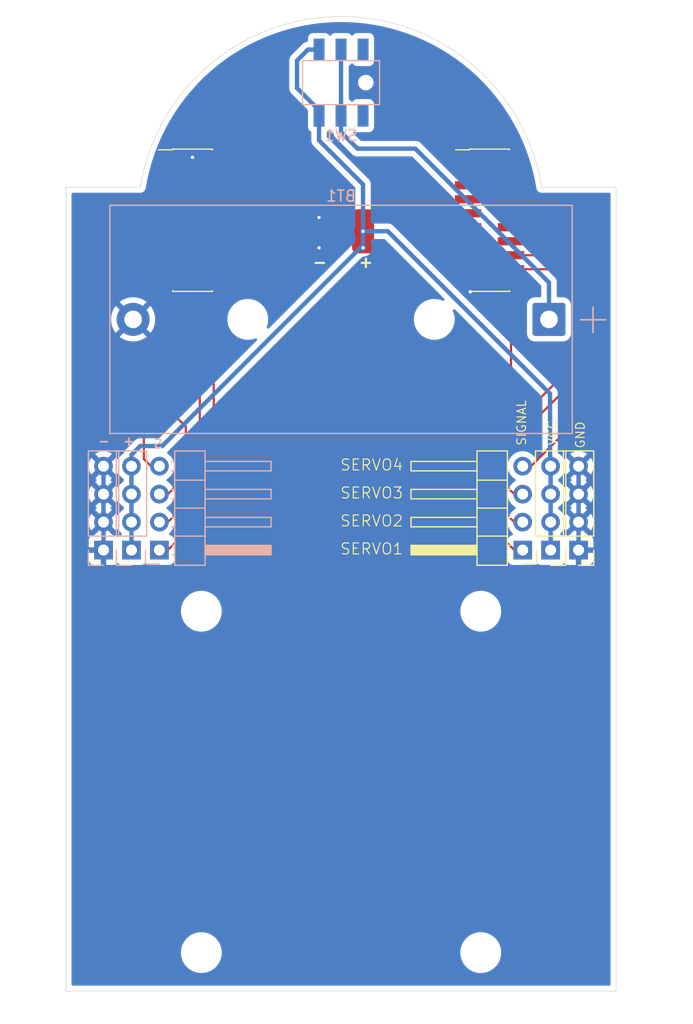
<source format=kicad_pcb>
(kicad_pcb (version 20241229) (generator "pcbnew") (generator_version "9.0")
  (layers (0 "F.Cu" signal) (2 "B.Cu" signal) (13 "F.Paste" user) (15 "B.Paste" user) (5 "F.SilkS" user "F.Silkscreen") (7 "B.SilkS" user "B.Silkscreen") (1 "F.Mask" user) (3 "B.Mask" user) (25 "Edge.Cuts" user))
  (net 0 "")
  (net 1 "Net-(BT1-+)")
  (net 2 "GND")
  (net 3 "+3.3V")
  (net 33 "VCC")
  (net 34 "/GPIO4")
  (net 35 "/GPIO5")
  (net 36 "/GPIO2")
  (net 37 "/GPIO3")
  (net 38 "/GPIO14")
  (net 39 "/GPIO16")
  (net 40 "/GPIO15")
  (net 41 "/GPIO17")
  (footprint "MountingHole:MountingHole_3.2mm_M3" (layer "F.Cu") (at 137.3 95.5)
    (property "Reference" "REF**" (hide yes))
    (property "Value" "MountingHole_3.2mm_M3" (hide yes))
    (pad "" np_thru_hole circle (at 0 0) (size 3.2 3.2) (drill 3.2) (layers "*.Cu" "*.Mask"))
  )
  (footprint "Connector_Wire:SolderWirePad_1x01_SMD_2x4mm" (layer "F.Cu") (at 148 61)
    (property "Reference" "J2" (hide yes))
    (property "Value" "Conn_01x01" (hide yes))
    (pad "1" smd roundrect (at 0 0) (size 2 4) (layers "F.Cu" "F.Mask") (net 2 "GND"))
  )
  (footprint "Connector_PinHeader_2.54mm:PinHeader_1x04_P2.54mm_Vertical" (layer "F.Cu") (at 169.05 89.948 180)
    (property "Reference" "J6" (hide yes))
    (property "Value" "Conn_01x04" (hide yes))
    (fp_line (start 1.38 1.27) (end 1.38 9) (stroke (width 0.12)) (layer "F.SilkS"))
    (fp_line (start -1.38 9) (end 1.38 9) (stroke (width 0.12)) (layer "F.SilkS"))
    (fp_line (start -1.38 1.27) (end 1.38 1.27) (stroke (width 0.12)) (layer "F.SilkS"))
    (fp_line (start -1.38 1.27) (end -1.38 9) (stroke (width 0.12)) (layer "F.SilkS"))
    (fp_line (start -1.38 0) (end -1.38 -1.38) (stroke (width 0.12)) (layer "F.SilkS"))
    (fp_line (start -1.38 -1.38) (end 0 -1.38) (stroke (width 0.12)) (layer "F.SilkS"))
    (pad "1" thru_hole rect (at 0 0 180) (size 1.7 1.7) (drill 1) (layers "*.Cu" "*.Mask") (net 33 "VCC"))
    (pad "2" thru_hole circle (at 0 2.54 180) (size 1.7 1.7) (drill 1) (layers "*.Cu" "*.Mask") (net 33 "VCC"))
    (pad "3" thru_hole circle (at 0 5.08 180) (size 1.7 1.7) (drill 1) (layers "*.Cu" "*.Mask") (net 33 "VCC"))
    (pad "4" thru_hole circle (at 0 7.62 180) (size 1.7 1.7) (drill 1) (layers "*.Cu" "*.Mask") (net 33 "VCC"))
  )
  (footprint "MountingHole:MountingHole_3.2mm_M3" (layer "F.Cu") (at 162.7 95.5)
    (property "Reference" "REF**" (hide yes))
    (property "Value" "MountingHole_3.2mm_M3" (hide yes))
    (pad "" np_thru_hole circle (at 0 0) (size 3.2 3.2) (drill 3.2) (layers "*.Cu" "*.Mask"))
  )
  (footprint "Connector_PinHeader_1.27mm:PinHeader_2x10_P1.27mm_Vertical_SMD" (layer "F.Cu") (at 136.5 60)
    (property "Reference" "J3" (hide yes))
    (property "Value" "Conn_02x10_Odd_Even" (hide yes))
    (fp_line (start -3.09 -6.395) (end -1.815 -6.395) (stroke (width 0.12)) (layer "F.SilkS"))
    (fp_line (start -1.815 -6.46) (end -1.815 -6.395) (stroke (width 0.12)) (layer "F.SilkS"))
    (fp_line (start -1.815 -6.46) (end 1.815 -6.46) (stroke (width 0.12)) (layer "F.SilkS"))
    (fp_line (start -1.815 6.395) (end -1.815 6.46) (stroke (width 0.12)) (layer "F.SilkS"))
    (fp_line (start -1.815 6.46) (end 1.815 6.46) (stroke (width 0.12)) (layer "F.SilkS"))
    (fp_line (start 1.815 -6.46) (end 1.815 -6.395) (stroke (width 0.12)) (layer "F.SilkS"))
    (fp_line (start 1.815 6.395) (end 1.815 6.46) (stroke (width 0.12)) (layer "F.SilkS"))
    (pad "1" smd rect (at -1.95 -5.715) (size 2.4 0.74) (layers "F.Cu" "F.Mask" "F.Paste") (net 2 "GND"))
    (pad "2" smd rect (at 1.95 -5.715) (size 2.4 0.74) (layers "F.Cu" "F.Mask" "F.Paste") (net 2 "GND"))
    (pad "3" smd rect (at -1.95 -4.445) (size 2.4 0.74) (layers "F.Cu" "F.Mask" "F.Paste") (net 3 "+3.3V"))
    (pad "4" smd rect (at 1.95 -4.445) (size 2.4 0.74) (layers "F.Cu" "F.Mask" "F.Paste"))
    (pad "5" smd rect (at -1.95 -3.175) (size 2.4 0.74) (layers "F.Cu" "F.Mask" "F.Paste"))
    (pad "6" smd rect (at 1.95 -3.175) (size 2.4 0.74) (layers "F.Cu" "F.Mask" "F.Paste"))
    (pad "7" smd rect (at -1.95 -1.905) (size 2.4 0.74) (layers "F.Cu" "F.Mask" "F.Paste"))
    (pad "8" smd rect (at 1.95 -1.905) (size 2.4 0.74) (layers "F.Cu" "F.Mask" "F.Paste"))
    (pad "9" smd rect (at -1.95 -0.635) (size 2.4 0.74) (layers "F.Cu" "F.Mask" "F.Paste"))
    (pad "10" smd rect (at 1.95 -0.635) (size 2.4 0.74) (layers "F.Cu" "F.Mask" "F.Paste"))
    (pad "11" smd rect (at -1.95 0.635) (size 2.4 0.74) (layers "F.Cu" "F.Mask" "F.Paste"))
    (pad "12" smd rect (at 1.95 0.635) (size 2.4 0.74) (layers "F.Cu" "F.Mask" "F.Paste"))
    (pad "13" smd rect (at -1.95 1.905) (size 2.4 0.74) (layers "F.Cu" "F.Mask" "F.Paste") (net 36 "/GPIO2"))
    (pad "14" smd rect (at 1.95 1.905) (size 2.4 0.74) (layers "F.Cu" "F.Mask" "F.Paste"))
    (pad "15" smd rect (at -1.95 3.175) (size 2.4 0.74) (layers "F.Cu" "F.Mask" "F.Paste") (net 37 "/GPIO3"))
    (pad "16" smd rect (at 1.95 3.175) (size 2.4 0.74) (layers "F.Cu" "F.Mask" "F.Paste"))
    (pad "17" smd rect (at -1.95 4.445) (size 2.4 0.74) (layers "F.Cu" "F.Mask" "F.Paste") (net 34 "/GPIO4"))
    (pad "18" smd rect (at 1.95 4.445) (size 2.4 0.74) (layers "F.Cu" "F.Mask" "F.Paste"))
    (pad "19" smd rect (at -1.95 5.715) (size 2.4 0.74) (layers "F.Cu" "F.Mask" "F.Paste") (net 35 "/GPIO5"))
    (pad "20" smd rect (at 1.95 5.715) (size 2.4 0.74) (layers "F.Cu" "F.Mask" "F.Paste"))
  )
  (footprint "Connector_Wire:SolderWirePad_1x01_SMD_2x4mm" (layer "F.Cu") (at 152 61)
    (property "Reference" "J1" (hide yes))
    (property "Value" "Conn_01x01" (hide yes))
    (pad "1" smd roundrect (at 0 0) (size 2 4) (layers "F.Cu" "F.Mask") (net 33 "VCC"))
  )
  (footprint "Connector_PinHeader_2.54mm:PinHeader_1x04_P2.54mm_Vertical" (layer "F.Cu") (at 171.59 89.948 180)
    (property "Reference" "J7" (hide yes))
    (property "Value" "Conn_01x04" (hide yes))
    (fp_line (start 1.38 1.27) (end 1.38 9) (stroke (width 0.12)) (layer "F.SilkS"))
    (fp_line (start -1.38 9) (end 1.38 9) (stroke (width 0.12)) (layer "F.SilkS"))
    (fp_line (start -1.38 1.27) (end 1.38 1.27) (stroke (width 0.12)) (layer "F.SilkS"))
    (fp_line (start -1.38 1.27) (end -1.38 9) (stroke (width 0.12)) (layer "F.SilkS"))
    (fp_line (start -1.38 0) (end -1.38 -1.38) (stroke (width 0.12)) (layer "F.SilkS"))
    (fp_line (start -1.38 -1.38) (end 0 -1.38) (stroke (width 0.12)) (layer "F.SilkS"))
    (pad "1" thru_hole rect (at 0 0 180) (size 1.7 1.7) (drill 1) (layers "*.Cu" "*.Mask") (net 2 "GND"))
    (pad "2" thru_hole circle (at 0 2.54 180) (size 1.7 1.7) (drill 1) (layers "*.Cu" "*.Mask") (net 2 "GND"))
    (pad "3" thru_hole circle (at 0 5.08 180) (size 1.7 1.7) (drill 1) (layers "*.Cu" "*.Mask") (net 2 "GND"))
    (pad "4" thru_hole circle (at 0 7.62 180) (size 1.7 1.7) (drill 1) (layers "*.Cu" "*.Mask") (net 2 "GND"))
  )
  (footprint "MountingHole:MountingHole_3.2mm_M3" (layer "F.Cu") (at 137.3 126.5)
    (property "Reference" "REF**" (hide yes))
    (property "Value" "MountingHole_3.2mm_M3" (hide yes))
    (pad "" np_thru_hole circle (at 0 0) (size 3.2 3.2) (drill 3.2) (layers "*.Cu" "*.Mask"))
  )
  (footprint "Connector_PinHeader_2.54mm:PinHeader_1x04_P2.54mm_Horizontal" (layer "F.Cu") (at 166.51 89.948 180)
    (property "Reference" "J5" (hide yes))
    (property "Value" "Conn_01x04" (hide yes))
    (fp_line (start 10.15 8.05) (end 4.15 8.05) (stroke (width 0.12)) (layer "F.SilkS"))
    (fp_line (start 10.15 7.19) (end 10.15 8.05) (stroke (width 0.12)) (layer "F.SilkS"))
    (fp_line (start 10.15 5.51) (end 4.15 5.51) (stroke (width 0.12)) (layer "F.SilkS"))
    (fp_line (start 10.15 4.65) (end 10.15 5.51) (stroke (width 0.12)) (layer "F.SilkS"))
    (fp_line (start 10.15 2.97) (end 4.15 2.97) (stroke (width 0.12)) (layer "F.SilkS"))
    (fp_line (start 10.15 2.11) (end 10.15 2.97) (stroke (width 0.12)) (layer "F.SilkS"))
    (fp_line (start 4.15 9) (end 4.15 -1.38) (stroke (width 0.12)) (layer "F.SilkS"))
    (fp_line (start 4.15 7.19) (end 10.15 7.19) (stroke (width 0.12)) (layer "F.SilkS"))
    (fp_line (start 4.15 4.65) (end 10.15 4.65) (stroke (width 0.12)) (layer "F.SilkS"))
    (fp_line (start 4.15 2.11) (end 10.15 2.11) (stroke (width 0.12)) (layer "F.SilkS"))
    (fp_line (start 4.15 -1.38) (end 1.39 -1.38) (stroke (width 0.12)) (layer "F.SilkS"))
    (fp_line (start 1.39 9) (end 4.15 9) (stroke (width 0.12)) (layer "F.SilkS"))
    (fp_line (start 1.39 6.35) (end 4.15 6.35) (stroke (width 0.12)) (layer "F.SilkS"))
    (fp_line (start 1.39 3.81) (end 4.15 3.81) (stroke (width 0.12)) (layer "F.SilkS"))
    (fp_line (start 1.39 1.27) (end 4.15 1.27) (stroke (width 0.12)) (layer "F.SilkS"))
    (fp_line (start 1.39 -1.38) (end 1.39 9) (stroke (width 0.12)) (layer "F.SilkS"))
    (fp_line (start 1.16 0.43) (end 1.39 0.43) (stroke (width 0.12)) (layer "F.SilkS"))
    (fp_line (start 1.16 -0.43) (end 1.39 -0.43) (stroke (width 0.12)) (layer "F.SilkS"))
    (fp_line (start 1.077358 8.05) (end 1.39 8.05) (stroke (width 0.12)) (layer "F.SilkS"))
    (fp_line (start 1.077358 7.19) (end 1.39 7.19) (stroke (width 0.12)) (layer "F.SilkS"))
    (fp_line (start 1.077358 5.51) (end 1.39 5.51) (stroke (width 0.12)) (layer "F.SilkS"))
    (fp_line (start 1.077358 4.65) (end 1.39 4.65) (stroke (width 0.12)) (layer "F.SilkS"))
    (fp_line (start 1.077358 2.97) (end 1.39 2.97) (stroke (width 0.12)) (layer "F.SilkS"))
    (fp_line (start 1.077358 2.11) (end 1.39 2.11) (stroke (width 0.12)) (layer "F.SilkS"))
    (fp_line (start -1.27 0) (end -1.27 -1.27) (stroke (width 0.12)) (layer "F.SilkS"))
    (fp_line (start -1.27 -1.27) (end 0 -1.27) (stroke (width 0.12)) (layer "F.SilkS"))
    (fp_rect (start 4.15 -0.43) (end 10.15 0.43) (stroke (width 0.12)) (fill yes) (layer "F.SilkS"))
    (pad "1" thru_hole rect (at 0 0 180) (size 1.7 1.7) (drill 1) (layers "*.Cu" "*.Mask") (net 38 "/GPIO14"))
    (pad "2" thru_hole circle (at 0 2.54 180) (size 1.7 1.7) (drill 1) (layers "*.Cu" "*.Mask") (net 40 "/GPIO15"))
    (pad "3" thru_hole circle (at 0 5.08 180) (size 1.7 1.7) (drill 1) (layers "*.Cu" "*.Mask") (net 39 "/GPIO16"))
    (pad "4" thru_hole circle (at 0 7.62 180) (size 1.7 1.7) (drill 1) (layers "*.Cu" "*.Mask") (net 41 "/GPIO17"))
  )
  (footprint "MountingHole:MountingHole_3.2mm_M3" (layer "F.Cu") (at 162.7 126.5)
    (property "Reference" "REF**" (hide yes))
    (property "Value" "MountingHole_3.2mm_M3" (hide yes))
    (pad "" np_thru_hole circle (at 0 0) (size 3.2 3.2) (drill 3.2) (layers "*.Cu" "*.Mask"))
  )
  (footprint "Connector_PinHeader_1.27mm:PinHeader_2x10_P1.27mm_Vertical_SMD" (layer "F.Cu") (at 163.5 60)
    (property "Reference" "J4" (hide yes))
    (property "Value" "Conn_02x10_Odd_Even" (hide yes))
    (fp_line (start -3.09 -6.395) (end -1.815 -6.395) (stroke (width 0.12)) (layer "F.SilkS"))
    (fp_line (start -1.815 -6.46) (end -1.815 -6.395) (stroke (width 0.12)) (layer "F.SilkS"))
    (fp_line (start -1.815 -6.46) (end 1.815 -6.46) (stroke (width 0.12)) (layer "F.SilkS"))
    (fp_line (start -1.815 6.395) (end -1.815 6.46) (stroke (width 0.12)) (layer "F.SilkS"))
    (fp_line (start -1.815 6.46) (end 1.815 6.46) (stroke (width 0.12)) (layer "F.SilkS"))
    (fp_line (start 1.815 -6.46) (end 1.815 -6.395) (stroke (width 0.12)) (layer "F.SilkS"))
    (fp_line (start 1.815 6.395) (end 1.815 6.46) (stroke (width 0.12)) (layer "F.SilkS"))
    (pad "1" smd rect (at -1.95 -5.715) (size 2.4 0.74) (layers "F.Cu" "F.Mask" "F.Paste"))
    (pad "2" smd rect (at 1.95 -5.715) (size 2.4 0.74) (layers "F.Cu" "F.Mask" "F.Paste"))
    (pad "3" smd rect (at -1.95 -4.445) (size 2.4 0.74) (layers "F.Cu" "F.Mask" "F.Paste"))
    (pad "4" smd rect (at 1.95 -4.445) (size 2.4 0.74) (layers "F.Cu" "F.Mask" "F.Paste"))
    (pad "5" smd rect (at -1.95 -3.175) (size 2.4 0.74) (layers "F.Cu" "F.Mask" "F.Paste"))
    (pad "6" smd rect (at 1.95 -3.175) (size 2.4 0.74) (layers "F.Cu" "F.Mask" "F.Paste"))
    (pad "7" smd rect (at -1.95 -1.905) (size 2.4 0.74) (layers "F.Cu" "F.Mask" "F.Paste"))
    (pad "8" smd rect (at 1.95 -1.905) (size 2.4 0.74) (layers "F.Cu" "F.Mask" "F.Paste"))
    (pad "9" smd rect (at -1.95 -0.635) (size 2.4 0.74) (layers "F.Cu" "F.Mask" "F.Paste"))
    (pad "10" smd rect (at 1.95 -0.635) (size 2.4 0.74) (layers "F.Cu" "F.Mask" "F.Paste"))
    (pad "11" smd rect (at -1.95 0.635) (size 2.4 0.74) (layers "F.Cu" "F.Mask" "F.Paste"))
    (pad "12" smd rect (at 1.95 0.635) (size 2.4 0.74) (layers "F.Cu" "F.Mask" "F.Paste"))
    (pad "13" smd rect (at -1.95 1.905) (size 2.4 0.74) (layers "F.Cu" "F.Mask" "F.Paste"))
    (pad "14" smd rect (at 1.95 1.905) (size 2.4 0.74) (layers "F.Cu" "F.Mask" "F.Paste") (net 41 "/GPIO17"))
    (pad "15" smd rect (at -1.95 3.175) (size 2.4 0.74) (layers "F.Cu" "F.Mask" "F.Paste"))
    (pad "16" smd rect (at 1.95 3.175) (size 2.4 0.74) (layers "F.Cu" "F.Mask" "F.Paste") (net 39 "/GPIO16"))
    (pad "17" smd rect (at -1.95 4.445) (size 2.4 0.74) (layers "F.Cu" "F.Mask" "F.Paste"))
    (pad "18" smd rect (at 1.95 4.445) (size 2.4 0.74) (layers "F.Cu" "F.Mask" "F.Paste") (net 40 "/GPIO15"))
    (pad "19" smd rect (at -1.95 5.715) (size 2.4 0.74) (layers "F.Cu" "F.Mask" "F.Paste") (net 2 "GND"))
    (pad "20" smd rect (at 1.95 5.715) (size 2.4 0.74) (layers "F.Cu" "F.Mask" "F.Paste") (net 38 "/GPIO14"))
  )
  (footprint "Connector_PinHeader_2.54mm:PinHeader_1x04_P2.54mm_Horizontal" (layer "B.Cu") (at 133.49 89.948)
    (property "Reference" "J8" (hide yes))
    (property "Value" "Conn_01x04" (hide yes))
    (fp_line (start -1.27 0) (end -1.27 1.27) (stroke (width 0.12)) (layer "B.SilkS"))
    (fp_line (start -1.27 1.27) (end 0 1.27) (stroke (width 0.12)) (layer "B.SilkS"))
    (fp_line (start 1.077358 -8.05) (end 1.39 -8.05) (stroke (width 0.12)) (layer "B.SilkS"))
    (fp_line (start 1.077358 -7.19) (end 1.39 -7.19) (stroke (width 0.12)) (layer "B.SilkS"))
    (fp_line (start 1.077358 -5.51) (end 1.39 -5.51) (stroke (width 0.12)) (layer "B.SilkS"))
    (fp_line (start 1.077358 -4.65) (end 1.39 -4.65) (stroke (width 0.12)) (layer "B.SilkS"))
    (fp_line (start 1.077358 -2.97) (end 1.39 -2.97) (stroke (width 0.12)) (layer "B.SilkS"))
    (fp_line (start 1.077358 -2.11) (end 1.39 -2.11) (stroke (width 0.12)) (layer "B.SilkS"))
    (fp_line (start 1.16 -0.43) (end 1.39 -0.43) (stroke (width 0.12)) (layer "B.SilkS"))
    (fp_line (start 1.16 0.43) (end 1.39 0.43) (stroke (width 0.12)) (layer "B.SilkS"))
    (fp_line (start 1.39 -9) (end 4.15 -9) (stroke (width 0.12)) (layer "B.SilkS"))
    (fp_line (start 1.39 -6.35) (end 4.15 -6.35) (stroke (width 0.12)) (layer "B.SilkS"))
    (fp_line (start 1.39 -3.81) (end 4.15 -3.81) (stroke (width 0.12)) (layer "B.SilkS"))
    (fp_line (start 1.39 -1.27) (end 4.15 -1.27) (stroke (width 0.12)) (layer "B.SilkS"))
    (fp_line (start 1.39 1.38) (end 1.39 -9) (stroke (width 0.12)) (layer "B.SilkS"))
    (fp_line (start 4.15 -9) (end 4.15 1.38) (stroke (width 0.12)) (layer "B.SilkS"))
    (fp_line (start 4.15 -7.19) (end 10.15 -7.19) (stroke (width 0.12)) (layer "B.SilkS"))
    (fp_line (start 4.15 -4.65) (end 10.15 -4.65) (stroke (width 0.12)) (layer "B.SilkS"))
    (fp_line (start 4.15 -2.11) (end 10.15 -2.11) (stroke (width 0.12)) (layer "B.SilkS"))
    (fp_line (start 4.15 1.38) (end 1.39 1.38) (stroke (width 0.12)) (layer "B.SilkS"))
    (fp_line (start 10.15 -8.05) (end 4.15 -8.05) (stroke (width 0.12)) (layer "B.SilkS"))
    (fp_line (start 10.15 -7.19) (end 10.15 -8.05) (stroke (width 0.12)) (layer "B.SilkS"))
    (fp_line (start 10.15 -5.51) (end 4.15 -5.51) (stroke (width 0.12)) (layer "B.SilkS"))
    (fp_line (start 10.15 -4.65) (end 10.15 -5.51) (stroke (width 0.12)) (layer "B.SilkS"))
    (fp_line (start 10.15 -2.97) (end 4.15 -2.97) (stroke (width 0.12)) (layer "B.SilkS"))
    (fp_line (start 10.15 -2.11) (end 10.15 -2.97) (stroke (width 0.12)) (layer "B.SilkS"))
    (fp_rect (start 4.15 0.43) (end 10.15 -0.43) (stroke (width 0.12)) (fill yes) (layer "B.SilkS"))
    (pad "1" thru_hole rect (at 0 0) (size 1.7 1.7) (drill 1) (layers "*.Cu" "*.Mask") (net 35 "/GPIO5"))
    (pad "2" thru_hole circle (at 0 -2.54) (size 1.7 1.7) (drill 1) (layers "*.Cu" "*.Mask") (net 34 "/GPIO4"))
    (pad "3" thru_hole circle (at 0 -5.08) (size 1.7 1.7) (drill 1) (layers "*.Cu" "*.Mask") (net 37 "/GPIO3"))
    (pad "4" thru_hole circle (at 0 -7.62) (size 1.7 1.7) (drill 1) (layers "*.Cu" "*.Mask") (net 36 "/GPIO2"))
  )
  (footprint "Battery:BatteryHolder_Bulgin_BX0123_1xCR123" (layer "B.Cu") (at 168.9 69 180)
    (property "Reference" "BT1" (at 18.9 11.2 0) (layer "B.SilkS") (effects (justify mirror)))
    (property "Value" "Battery_Cell")
    (fp_line (start 39.91 10.36) (end 39.91 -10.36) (stroke (width 0.12)) (layer "B.SilkS"))
    (fp_line (start 39.91 -10.36) (end -2.11 -10.36) (stroke (width 0.12)) (layer "B.SilkS"))
    (fp_line (start -2.11 10.36) (end 39.91 10.36) (stroke (width 0.12)) (layer "B.SilkS"))
    (fp_line (start -2.11 -10.36) (end -2.11 10.36) (stroke (width 0.12)) (layer "B.SilkS"))
    (fp_text user "+" (at -4 0.2 0) (layer "B.SilkS") (effects (font (size 3 3)) (justify mirror)))
    (pad "" np_thru_hole circle (at 10.425 0 180) (size 3.2 3.2) (drill 3.2) (layers "*.Cu" "*.Mask"))
    (pad "" np_thru_hole circle (at 27.375 0 180) (size 3.2 3.2) (drill 3.2) (layers "*.Cu" "*.Mask"))
    (pad "1" thru_hole roundrect (at 0 0 180) (size 3 3) (drill 1.6) (layers "*.Cu" "*.Mask") (roundrect_rratio 0.083333) (net 1 "Net-(BT1-+)"))
    (pad "2" thru_hole circle (at 37.8 0 180) (size 3 3) (drill 1.6) (layers "*.Cu" "*.Mask") (net 2 "GND"))
  )
  (footprint "Connector_PinHeader_2.54mm:PinHeader_1x04_P2.54mm_Vertical" (layer "B.Cu") (at 128.41 89.948)
    (property "Reference" "J10" (hide yes))
    (property "Value" "Conn_01x04" (hide yes))
    (fp_line (start -1.38 -9) (end 1.38 -9) (stroke (width 0.12)) (layer "B.SilkS"))
    (fp_line (start -1.38 -1.27) (end -1.38 -9) (stroke (width 0.12)) (layer "B.SilkS"))
    (fp_line (start -1.38 -1.27) (end 1.38 -1.27) (stroke (width 0.12)) (layer "B.SilkS"))
    (fp_line (start -1.38 0) (end -1.38 1.38) (stroke (width 0.12)) (layer "B.SilkS"))
    (fp_line (start -1.38 1.38) (end 0 1.38) (stroke (width 0.12)) (layer "B.SilkS"))
    (fp_line (start 1.38 -1.27) (end 1.38 -9) (stroke (width 0.12)) (layer "B.SilkS"))
    (pad "1" thru_hole rect (at 0 0) (size 1.7 1.7) (drill 1) (layers "*.Cu" "*.Mask") (net 2 "GND"))
    (pad "2" thru_hole circle (at 0 -2.54) (size 1.7 1.7) (drill 1) (layers "*.Cu" "*.Mask") (net 2 "GND"))
    (pad "3" thru_hole circle (at 0 -5.08) (size 1.7 1.7) (drill 1) (layers "*.Cu" "*.Mask") (net 2 "GND"))
    (pad "4" thru_hole circle (at 0 -7.62) (size 1.7 1.7) (drill 1) (layers "*.Cu" "*.Mask") (net 2 "GND"))
  )
  (footprint "Connector_PinHeader_2.54mm:PinHeader_1x04_P2.54mm_Vertical" (layer "B.Cu") (at 130.95 89.948)
    (property "Reference" "J9" (hide yes))
    (property "Value" "Conn_01x04" (hide yes))
    (fp_line (start -1.38 -9) (end 1.38 -9) (stroke (width 0.12)) (layer "B.SilkS"))
    (fp_line (start -1.38 -1.27) (end -1.38 -9) (stroke (width 0.12)) (layer "B.SilkS"))
    (fp_line (start -1.38 -1.27) (end 1.38 -1.27) (stroke (width 0.12)) (layer "B.SilkS"))
    (fp_line (start -1.38 0) (end -1.38 1.38) (stroke (width 0.12)) (layer "B.SilkS"))
    (fp_line (start -1.38 1.38) (end 0 1.38) (stroke (width 0.12)) (layer "B.SilkS"))
    (fp_line (start 1.38 -1.27) (end 1.38 -9) (stroke (width 0.12)) (layer "B.SilkS"))
    (pad "1" thru_hole rect (at 0 0) (size 1.7 1.7) (drill 1) (layers "*.Cu" "*.Mask") (net 33 "VCC"))
    (pad "2" thru_hole circle (at 0 -2.54) (size 1.7 1.7) (drill 1) (layers "*.Cu" "*.Mask") (net 33 "VCC"))
    (pad "3" thru_hole circle (at 0 -5.08) (size 1.7 1.7) (drill 1) (layers "*.Cu" "*.Mask") (net 33 "VCC"))
    (pad "4" thru_hole circle (at 0 -7.62) (size 1.7 1.7) (drill 1) (layers "*.Cu" "*.Mask") (net 33 "VCC"))
  )
  (footprint "Shurik personal:SW_SPDT_GSWITCH_MS-22D28" (layer "B.Cu") (at 150 47.5)
    (property "Reference" "SW1" (at 0 4.8 180) (layer "B.SilkS") (effects (justify mirror)))
    (property "Value" "SW_SPDT")
    (fp_rect (start -3.5 2) (end 3.5 -2) (stroke (width 0.12)) (fill no) (layer "B.SilkS"))
    (pad "" np_thru_hole circle (at -2.25 0) (size 0.9 0.9) (drill 0.9) (layers "*.Cu" "*.Mask"))
    (pad "" np_thru_hole circle (at 2.25 0) (size 0.9 0.9) (drill 0.9) (layers "*.Cu" "*.Mask"))
    (pad "1" smd rect (at -2 -3) (size 1 2) (layers "B.Cu" "B.Mask" "B.Paste") (net 33 "VCC"))
    (pad "1" smd rect (at -2 3) (size 1 2) (layers "B.Cu" "B.Mask" "B.Paste") (net 33 "VCC"))
    (pad "2" smd rect (at 0 -3) (size 1 2) (layers "B.Cu" "B.Mask" "B.Paste") (net 1 "Net-(BT1-+)"))
    (pad "2" smd rect (at 0 3) (size 1 2) (layers "B.Cu" "B.Mask" "B.Paste") (net 1 "Net-(BT1-+)"))
    (pad "3" smd rect (at 2 -3) (size 1 2) (layers "B.Cu" "B.Mask" "B.Paste"))
    (pad "3" smd rect (at 2 3) (size 1 2) (layers "B.Cu" "B.Mask" "B.Paste"))
  )
  (gr_line (start 125 125) (end 125 130) (stroke (width 0.05)) (layer "Edge.Cuts"))
  (gr_line (start 131.75 57.000005) (end 125 57) (stroke (width 0.05)) (layer "Edge.Cuts"))
  (gr_line (start 125 125) (end 125 57) (stroke (width 0.05)) (layer "Edge.Cuts"))
  (gr_line (start 168.25 57) (end 175 57) (stroke (width 0.05)) (layer "Edge.Cuts"))
  (gr_line (start 175 125) (end 175 57) (stroke (width 0.05)) (layer "Edge.Cuts"))
  (gr_line (start 125 130) (end 175 130) (stroke (width 0.05)) (layer "Edge.Cuts"))
  (gr_line (start 175 130) (end 175 125) (stroke (width 0.05)) (layer "Edge.Cuts"))
  (gr_arc (start 131.75 57) (mid 150 41.5) (end 168.25 57) (stroke (width 0.05)) (layer "Edge.Cuts"))
  (gr_text "VCC" (at 169.672 80.518 90) (layer "F.SilkS") (effects (font (size 0.8 0.8) (thickness 0.1)) (justify left bottom)))
  (gr_text "SIGNAL" (at 166.878 80.518 90) (layer "F.SilkS") (effects (font (size 0.8 0.8) (thickness 0.1)) (justify left bottom)))
  (gr_text "SERVO1" (at 149.86 90.424 0) (layer "F.SilkS") (effects (font (size 1 1) (thickness 0.1)) (justify left bottom)))
  (gr_text "SERVO2" (at 149.86 87.884 0) (layer "F.SilkS") (effects (font (size 1 1) (thickness 0.1)) (justify left bottom)))
  (gr_text "SERVO4" (at 149.86 82.804 0) (layer "F.SilkS") (effects (font (size 1 1) (thickness 0.1)) (justify left bottom)))
  (gr_text "-" (at 147.32 64.389 0) (layer "F.SilkS") (effects (font (size 1 1) (thickness 0.2) (bold yes)) (justify left bottom)))
  (gr_text "SERVO3" (at 149.86 85.344 0) (layer "F.SilkS") (effects (font (size 1 1) (thickness 0.1)) (justify left bottom)))
  (gr_text "GND" (at 172.212 80.772 90) (layer "F.SilkS") (effects (font (size 0.8 0.8) (thickness 0.1)) (justify left bottom)))
  (gr_text "+" (at 151.511 64.389 0) (layer "F.SilkS") (effects (font (size 1 1) (thickness 0.2) (bold yes)) (justify left bottom)))
  (gr_text "-" (at 129.032 80.518 0) (layer "B.SilkS") (effects (font (size 0.8 0.8) (thickness 0.16) (bold yes)) (justify left bottom mirror)))
  (gr_text "+" (at 131.318 80.518 0) (layer "B.SilkS") (effects (font (size 0.8 0.8) (thickness 0.16) (bold yes)) (justify left bottom mirror)))
  (gr_text "S" (at 133.858 80.772 0) (layer "B.SilkS") (effects (font (size 0.8 0.8) (thickness 0.16) (bold yes)) (justify left bottom mirror)))
  (segment (start 168.9 69) (end 168.9 65.65) (width 0.4) (layer "B.Cu") (net 1))
  (segment (start 168.9 65.65) (end 156.75 53.5) (width 0.4) (layer "B.Cu") (net 1))
  (segment (start 151.5 53.5) (end 150 52) (width 0.4) (layer "B.Cu") (net 1))
  (segment (start 150 52) (end 150 50.5) (width 0.4) (layer "B.Cu") (net 1))
  (segment (start 156.75 53.5) (end 151.5 53.5) (width 0.4) (layer "B.Cu") (net 1))
  (segment (start 150 44.5) (end 150 50.5) (width 0.4) (layer "B.Cu") (net 1))
  (segment (start 161.55 65.715) (end 161.55 66.3) (width 0.2) (layer "F.Cu") (net 2))
  (segment (start 136.5 54.285) (end 138.45 54.285) (width 0.4) (layer "F.Cu") (net 2))
  (segment (start 161.55 66.3) (end 161.75 66.5) (width 0.2) (layer "F.Cu") (net 2))
  (segment (start 134.55 54.285) (end 136.5 54.285) (width 0.4) (layer "F.Cu") (net 2))
  (via (at 148 62.5) (size 0.6) (drill 0.3) (layers "F.Cu" "B.Cu") (net 2))
  (via (at 161.75 66.5) (size 0.6) (drill 0.3) (layers "F.Cu" "B.Cu") (net 2))
  (via (at 148 59.75) (size 0.6) (drill 0.3) (layers "F.Cu" "B.Cu") (net 2))
  (via (at 136.5 54.285) (size 0.6) (drill 0.3) (layers "F.Cu" "B.Cu") (net 2))
  (segment (start 171.59 82.328) (end 171.59 89.948) (width 0.4) (layer "B.Cu") (net 2))
  (segment (start 128.41 82.328) (end 128.41 89.948) (width 0.4) (layer "B.Cu") (net 2))
  (via (at 152 61) (size 0.6) (drill 0.3) (layers "F.Cu" "B.Cu") (net 33))
  (via (at 152 62.5) (size 0.6) (drill 0.3) (layers "F.Cu" "B.Cu") (net 33))
  (segment (start 152 61) (end 152 62.25) (width 0.4) (layer "B.Cu") (net 33))
  (segment (start 148 44.5) (end 147 44.5) (width 0.4) (layer "B.Cu") (net 33))
  (segment (start 148 50.5) (end 148 52.75) (width 0.4) (layer "B.Cu") (net 33))
  (segment (start 146 45.5) (end 146 48) (width 0.4) (layer "B.Cu") (net 33))
  (segment (start 152 62.25) (end 133.75 80.5) (width 0.4) (layer "B.Cu") (net 33))
  (segment (start 169.05 83.05) (end 169.05 83.09) (width 0.4) (layer "B.Cu") (net 33))
  (segment (start 131.75 80.5) (end 130.95 81.3) (width 0.4) (layer "B.Cu") (net 33))
  (segment (start 169 83.04) (end 169.05 83.09) (width 0.4) (layer "B.Cu") (net 33))
  (segment (start 154.25 61) (end 169 75.75) (width 0.4) (layer "B.Cu") (net 33))
  (segment (start 152 61) (end 154.25 61) (width 0.4) (layer "B.Cu") (net 33))
  (segment (start 146 48) (end 148 50) (width 0.4) (layer "B.Cu") (net 33))
  (segment (start 152 56.75) (end 152 61) (width 0.4) (layer "B.Cu") (net 33))
  (segment (start 133.75 80.5) (end 131.75 80.5) (width 0.4) (layer "B.Cu") (net 33))
  (segment (start 148 50) (end 148 50.5) (width 0.4) (layer "B.Cu") (net 33))
  (segment (start 169 75.75) (end 169 83.04) (width 0.4) (layer "B.Cu") (net 33))
  (segment (start 147 44.5) (end 146 45.5) (width 0.4) (layer "B.Cu") (net 33))
  (segment (start 169.05 83.09) (end 169.05 89.948) (width 0.4) (layer "B.Cu") (net 33))
  (segment (start 130.95 81.3) (end 130.95 89.948) (width 0.4) (layer "B.Cu") (net 33))
  (segment (start 148 52.75) (end 152 56.75) (width 0.4) (layer "B.Cu") (net 33))
  (segment (start 132.25 66.21) (end 132.25 65) (width 0.2) (layer "F.Cu") (net 34))
  (segment (start 137.16 71.12) (end 132.25 66.21) (width 0.2) (layer "F.Cu") (net 34))
  (segment (start 133.49 88.17) (end 137.16 84.5) (width 0.2) (layer "F.Cu") (net 34))
  (segment (start 132.25 65) (end 132.805 64.445) (width 0.2) (layer "F.Cu") (net 34))
  (segment (start 137.16 84.5) (end 137.16 71.12) (width 0.2) (layer "F.Cu") (net 34))
  (segment (start 132.805 64.445) (end 134.55 64.445) (width 0.2) (layer "F.Cu") (net 34))
  (segment (start 138.43 71.12) (end 134.55 67.24) (width 0.2) (layer "F.Cu") (net 35))
  (segment (start 134.55 67.24) (end 134.55 65.715) (width 0.2) (layer "F.Cu") (net 35))
  (segment (start 133.49 90.71) (end 138.43 85.77) (width 0.2) (layer "F.Cu") (net 35))
  (segment (start 138.43 85.77) (end 138.43 71.12) (width 0.2) (layer "F.Cu") (net 35))
  (segment (start 129.865 61.905) (end 134.55 61.905) (width 0.2) (layer "F.Cu") (net 36))
  (segment (start 127 64.77) (end 129.865 61.905) (width 0.2) (layer "F.Cu") (net 36))
  (segment (start 132.08 78.74) (end 127 73.66) (width 0.2) (layer "F.Cu") (net 36))
  (segment (start 132.08 81.68) (end 132.08 78.74) (width 0.2) (layer "F.Cu") (net 36))
  (segment (start 133.49 83.09) (end 132.08 81.68) (width 0.2) (layer "F.Cu") (net 36))
  (segment (start 127 73.66) (end 127 64.77) (width 0.2) (layer "F.Cu") (net 36))
  (segment (start 135.89 83.23) (end 135.89 78.74) (width 0.2) (layer "F.Cu") (net 37))
  (segment (start 128.27 64.77) (end 129.865 63.175) (width 0.2) (layer "F.Cu") (net 37))
  (segment (start 133.49 85.63) (end 135.89 83.23) (width 0.2) (layer "F.Cu") (net 37))
  (segment (start 128.27 71.12) (end 128.27 64.77) (width 0.2) (layer "F.Cu") (net 37))
  (segment (start 135.89 78.74) (end 128.27 71.12) (width 0.2) (layer "F.Cu") (net 37))
  (segment (start 129.865 63.175) (end 134.55 63.175) (width 0.2) (layer "F.Cu") (net 37))
  (segment (start 165.45 76.55) (end 162.5 79.5) (width 0.2) (layer "F.Cu") (net 38))
  (segment (start 166.51 90.71) (end 162.5 86.7) (width 0.2) (layer "F.Cu") (net 38))
  (segment (start 165.45 65.715) (end 165.45 76.55) (width 0.2) (layer "F.Cu") (net 38))
  (segment (start 162.5 86.7) (end 162.5 79.5) (width 0.2) (layer "F.Cu") (net 38))
  (segment (start 170.425 63.175) (end 165.45 63.175) (width 0.2) (layer "F.Cu") (net 39))
  (segment (start 166.51 85.63) (end 164.75 83.87) (width 0.2) (layer "F.Cu") (net 39))
  (segment (start 172.5 65.25) (end 170.425 63.175) (width 0.2) (layer "F.Cu") (net 39))
  (segment (start 164.75 83.87) (end 164.75 81) (width 0.2) (layer "F.Cu") (net 39))
  (segment (start 164.75 81) (end 172.5 73.25) (width 0.2) (layer "F.Cu") (net 39))
  (segment (start 172.5 73.25) (end 172.5 65.25) (width 0.2) (layer "F.Cu") (net 39))
  (segment (start 163.5 85.16) (end 166.51 88.17) (width 0.2) (layer "F.Cu") (net 40))
  (segment (start 171.75 66) (end 171.75 72.5) (width 0.2) (layer "F.Cu") (net 40))
  (segment (start 165.45 64.445) (end 170.195 64.445) (width 0.2) (layer "F.Cu") (net 40))
  (segment (start 170.195 64.445) (end 171.75 66) (width 0.2) (layer "F.Cu") (net 40))
  (segment (start 163.5 80.75) (end 163.5 85.16) (width 0.2) (layer "F.Cu") (net 40))
  (segment (start 171.75 72.5) (end 163.5 80.75) (width 0.2) (layer "F.Cu") (net 40))
  (segment (start 173.25 64.75) (end 173.25 76.35) (width 0.2) (layer "F.Cu") (net 41))
  (segment (start 170.405 61.905) (end 173.25 64.75) (width 0.2) (layer "F.Cu") (net 41))
  (segment (start 165.45 61.905) (end 170.405 61.905) (width 0.2) (layer "F.Cu") (net 41))
  (segment (start 173.25 76.35) (end 166.51 83.09) (width 0.2) (layer "F.Cu") (net 41))
  (zone (net 2) (net_name "GND") (layer "B.Cu") (connect_pads (clearance 0.5)) (min_thickness 0.25) (fill yes (thermal_gap 0.5) (thermal_bridge_width 0.5))
    (polygon (pts (xy 119 41) (xy 182 41) (xy 182 133) (xy 119 133) (xy 119 40)))
  )
)
</source>
